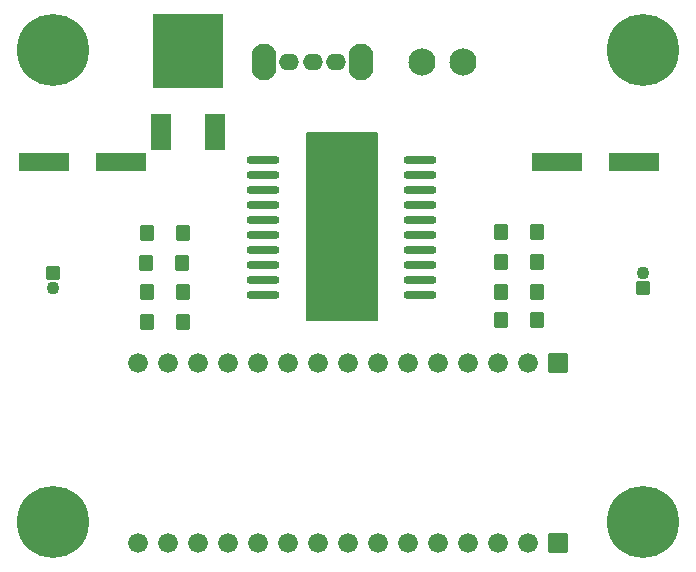
<source format=gts>
G04 Layer: TopSolderMaskLayer*
G04 EasyEDA v6.5.23, 2023-05-07 17:20:53*
G04 06317d6caa1047b3ac86ced241ba49f9,e617cb807303496c873bc539bd577a54,10*
G04 Gerber Generator version 0.2*
G04 Scale: 100 percent, Rotated: No, Reflected: No *
G04 Dimensions in millimeters *
G04 leading zeros omitted , absolute positions ,4 integer and 5 decimal *
%FSLAX45Y45*%
%MOMM*%

%AMMACRO1*1,1,$1,$2,$3*1,1,$1,$4,$5*1,1,$1,0-$2,0-$3*1,1,$1,0-$4,0-$5*20,1,$1,$2,$3,$4,$5,0*20,1,$1,$4,$5,0-$2,0-$3,0*20,1,$1,0-$2,0-$3,0-$4,0-$5,0*20,1,$1,0-$4,0-$5,$2,$3,0*4,1,4,$2,$3,$4,$5,0-$2,0-$3,0-$4,0-$5,$2,$3,0*%
%ADD10MACRO1,0.1016X0.8X1.5X0.8X-1.5*%
%ADD11MACRO1,0.1016X2.9X3.1X2.9X-3.1*%
%ADD12O,1.7015460000000002X1.4015720000000003*%
%ADD13O,2.101596X3.1015939999999995*%
%ADD14MACRO1,0.1016X2.1X-0.7X-2.1X-0.7*%
%ADD15MACRO1,0.1016X-2.1X0.7X2.1X0.7*%
%ADD16O,2.7970988X0.752602*%
%ADD17MACRO1,0.1016X-3X7.95X3X7.95*%
%ADD18C,2.3016*%
%ADD19C,1.1016*%
%ADD20MACRO1,0.1016X0.5X0.5X0.5X-0.5*%
%ADD21MACRO1,0.1016X-0.5X-0.5X-0.5X0.5*%
%ADD22C,1.6764*%
%ADD23MACRO1,0.1016X0.7874X-0.7874X-0.7874X-0.7874*%
%ADD24MACRO1,0.1016X-0.5X0.6X0.5X0.6*%
%ADD25MACRO1,0.1016X0.5X-0.6X-0.5X-0.6*%
%ADD26C,6.1016*%

%LPD*%
D10*
G01*
X1420990Y3807592D03*
G01*
X1879003Y3807594D03*
D11*
G01*
X1649996Y4492396D03*
D12*
G01*
X2899994Y4399991D03*
G01*
X2499995Y4399991D03*
G01*
X2700654Y4399991D03*
D13*
G01*
X2289987Y4399991D03*
G01*
X3110001Y4399991D03*
D14*
G01*
X1076707Y3549992D03*
G01*
X423289Y3549992D03*
D15*
G01*
X4773281Y3549992D03*
G01*
X5426698Y3549992D03*
D16*
G01*
X2285238Y3571494D03*
G01*
X2285238Y3444494D03*
G01*
X2285238Y3317494D03*
G01*
X2285238Y3190494D03*
G01*
X2285238Y3063494D03*
G01*
X2285238Y2936494D03*
G01*
X2285238Y2809494D03*
G01*
X2285238Y2682494D03*
G01*
X2285238Y2555494D03*
G01*
X2285238Y2428494D03*
G01*
X3614775Y3571494D03*
G01*
X3614775Y3444494D03*
G01*
X3614775Y3317494D03*
G01*
X3614775Y3190494D03*
G01*
X3614775Y3063494D03*
G01*
X3614775Y2936494D03*
G01*
X3614775Y2809494D03*
G01*
X3614775Y2682494D03*
G01*
X3614775Y2555494D03*
G01*
X3614775Y2428494D03*
D17*
G01*
X2949994Y2999994D03*
D18*
G01*
X3974998Y4399991D03*
G01*
X3624986Y4399991D03*
D19*
G01*
X500024Y2487472D03*
D20*
G01*
X499998Y2612494D03*
D19*
G01*
X5500014Y2612466D03*
D21*
G01*
X5499988Y2487495D03*
D22*
G01*
X1221994Y1850009D03*
G01*
X1475994Y1850009D03*
G01*
X1729994Y1850009D03*
G01*
X1983993Y1850009D03*
G01*
X2237993Y1850009D03*
G01*
X2491993Y1850009D03*
G01*
X2745993Y1850009D03*
G01*
X2999993Y1850009D03*
G01*
X3253993Y1850009D03*
G01*
X3507993Y1850009D03*
G01*
X3761993Y1850009D03*
G01*
X4015993Y1850009D03*
G01*
X4269993Y1850009D03*
G01*
X4523993Y1850009D03*
D23*
G01*
X4777994Y1849996D03*
D22*
G01*
X1221994Y326009D03*
G01*
X1475994Y326009D03*
G01*
X1729994Y326009D03*
G01*
X1983993Y326009D03*
G01*
X2237993Y326009D03*
G01*
X2491993Y326009D03*
G01*
X2745993Y326009D03*
G01*
X2999993Y326009D03*
G01*
X3253993Y326009D03*
G01*
X3507993Y326009D03*
G01*
X3761993Y326009D03*
G01*
X4015993Y326009D03*
G01*
X4269993Y326009D03*
G01*
X4523993Y326009D03*
D23*
G01*
X4777994Y325998D03*
D24*
G01*
X1598485Y2699291D03*
G01*
X1288503Y2699291D03*
G01*
X1604987Y2199995D03*
G01*
X1295006Y2199995D03*
D25*
G01*
X4294924Y2212268D03*
G01*
X4604905Y2212268D03*
G01*
X4294924Y2962267D03*
G01*
X4604905Y2962267D03*
D24*
G01*
X4604981Y2703995D03*
G01*
X4295000Y2703995D03*
G01*
X4604981Y2449995D03*
G01*
X4295000Y2449995D03*
D25*
G01*
X1295006Y2449995D03*
G01*
X1604987Y2449995D03*
G01*
X1295006Y2949994D03*
G01*
X1604987Y2949994D03*
D26*
G01*
X499998Y4499990D03*
G01*
X5499988Y4499990D03*
G01*
X5499988Y499998D03*
G01*
X499998Y499998D03*
M02*

</source>
